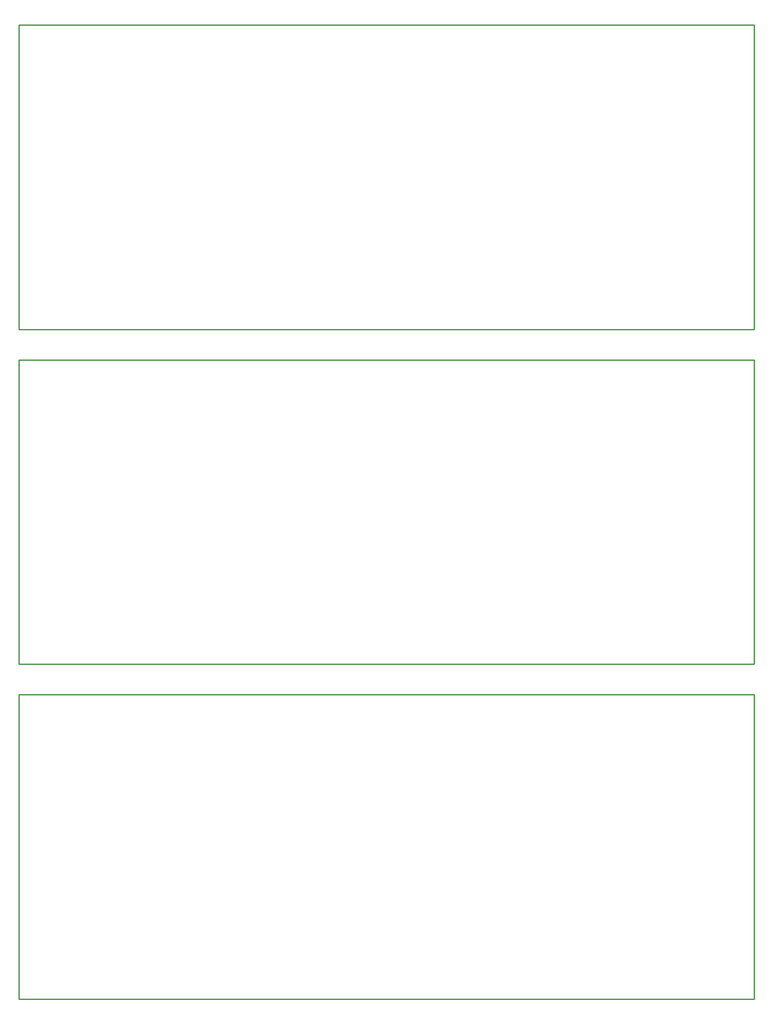
<source format=gm1>
G04*
G04 #@! TF.GenerationSoftware,Altium Limited,Altium Designer,22.11.1 (43)*
G04*
G04 Layer_Color=16777215*
%FSLAX26Y26*%
%MOIN*%
G70*
G04*
G04 #@! TF.SameCoordinates,67F67C38-30AF-46BA-A3ED-EFA9B6B7045E*
G04*
G04*
G04 #@! TF.FilePolarity,Positive*
G04*
G01*
G75*
%ADD63C,0.010000*%
G54D63*
X5708662Y0D02*
Y2362205D01*
X0D02*
X0Y0D01*
X0Y2362205D02*
X5708662D01*
X0Y0D02*
X5708662D01*
Y2598425D02*
Y4960630D01*
X0D02*
X0Y2598425D01*
X0Y4960630D02*
X5708662D01*
X0Y2598425D02*
X5708662D01*
Y5196850D02*
Y7559055D01*
X0D02*
X0Y5196850D01*
X0Y7559055D02*
X5708662D01*
X0Y5196850D02*
X5708662D01*
M02*

</source>
